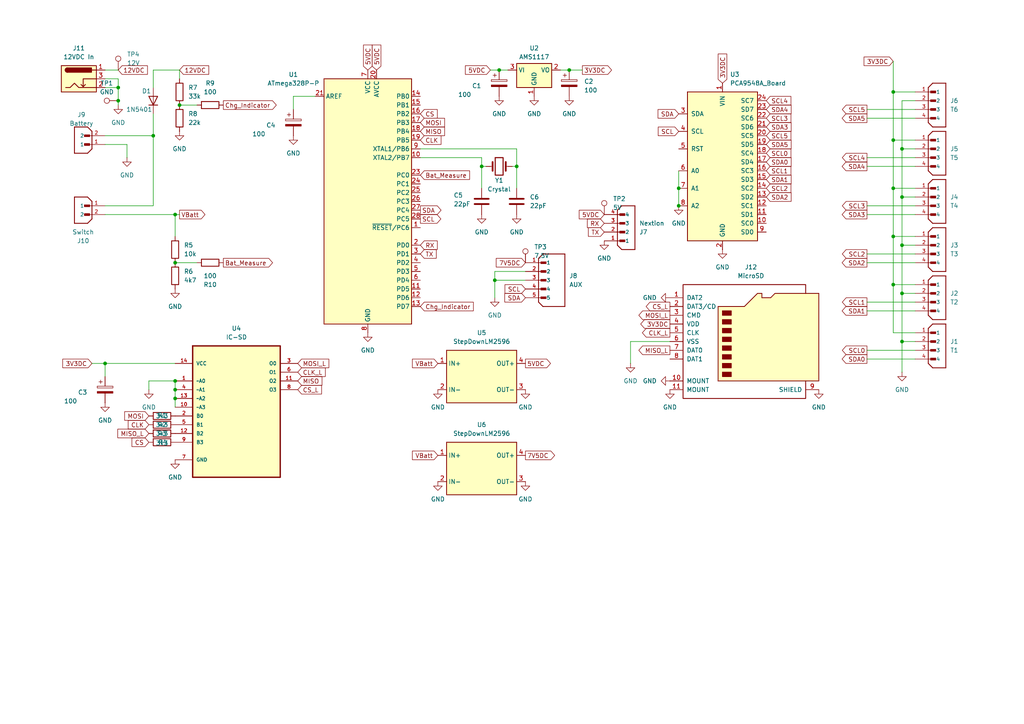
<source format=kicad_sch>
(kicad_sch (version 20231120) (generator "eeschema") (generator_version "8.0")
  (paper "A4")
  (lib_symbols
    (symbol "74VHC125M:74VHC125M" (pin_names (offset 1.016))
      (property "Reference" "U" (at -5.1562 17.8309 0))
      (property "Value" "74VHC125M" (at -4.424 -27.1541 0))
      (symbol "74VHC125M_0_0"
        (rectangle (start -12.7 -22.86) (end 12.7 15.24) (stroke (width 0.4064)) (fill (type background)))
        (pin input line (at -17.78 5.08 0) (length 5.08) (name "~A0") (number "1"))
        (pin input line (at -17.78 -2.54 0) (length 5.08) (name "~A3") (number "10"))
        (pin output line (at 17.78 5.08 180) (length 5.08) (name "O2") (number "11"))
        (pin input line (at -17.78 -10.16 0) (length 5.08) (name "B2") (number "12"))
        (pin input line (at -17.78 0 0) (length 5.08) (name "~A2") (number "13"))
        (pin power_in line (at -17.78 10.16 0) (length 5.08) (name "VCC") (number "14"))
        (pin input line (at -17.78 -5.08 0) (length 5.08) (name "B0") (number "2"))
        (pin output line (at 17.78 10.16 180) (length 5.08) (name "O0") (number "3"))
        (pin input line (at -17.78 2.54 0) (length 5.08) (name "~A1") (number "4"))
        (pin input line (at -17.78 -7.62 0) (length 5.08) (name "B1") (number "5"))
        (pin output line (at 17.78 7.62 180) (length 5.08) (name "O1") (number "6"))
        (pin passive line (at -17.78 -17.78 0) (length 5.08) (name "GND") (number "7"))
        (pin output line (at 17.78 2.54 180) (length 5.08) (name "O3") (number "8"))
        (pin input line (at -17.78 -12.7 0) (length 5.08) (name "B3") (number "9"))
      )
    )
    (symbol "Connector:Barrel_Jack_Switch" (pin_names hide)
      (property "Reference" "J" (at 0 5.334 0))
      (property "Value" "Barrel_Jack_Switch" (at 0 -5.08 0))
      (symbol "Barrel_Jack_Switch_0_1"
        (rectangle (start -5.08 3.81) (end 5.08 -3.81) (stroke (width 0.254)) (fill (type background)))
        (arc (start -3.302 3.175) (mid -3.9343 2.54) (end -3.302 1.905) (stroke (width 0.254)))
        (arc (start -3.302 3.175) (mid -3.9343 2.54) (end -3.302 1.905) (stroke (width 0.254)) (fill (type outline)))
        (polyline (pts (xy 1.27 -2.286) (xy 1.905 -1.651)) (stroke (width 0.254)))
        (polyline (pts (xy 5.08 2.54) (xy 3.81 2.54)) (stroke (width 0.254)))
        (polyline (pts (xy 5.08 0) (xy 1.27 0) (xy 1.27 -2.286) (xy 0.635 -1.651)) (stroke (width 0.254)))
        (polyline (pts (xy -3.81 -2.54) (xy -2.54 -2.54) (xy -1.27 -1.27) (xy 0 -2.54) (xy 2.54 -2.54) (xy 5.08 -2.54)) (stroke (width 0.254)))
        (rectangle (start 3.683 3.175) (end -3.302 1.905) (stroke (width 0.254)) (fill (type outline)))
      )
      (symbol "Barrel_Jack_Switch_1_1"
        (pin passive line (at 7.62 2.54 180) (length 2.54) (name "~") (number "1"))
        (pin passive line (at 7.62 -2.54 180) (length 2.54) (name "~") (number "2"))
        (pin passive line (at 7.62 0 180) (length 2.54) (name "~") (number "3"))
      )
    )
    (symbol "Connector:TestPoint" (pin_numbers hide) (pin_names (offset 0.762) hide)
      (property "Reference" "TP" (at 0 6.858 0))
      (property "Value" "TestPoint" (at 0 5.08 0))
      (symbol "TestPoint_0_1"
        (circle (center 0 3.302) (radius 0.762))
      )
      (symbol "TestPoint_1_1"
        (pin passive line (at 0 0 90) (length 2.54) (name "1") (number "1"))
      )
    )
    (symbol "DM3AT-SF-PEJM5:DM3AT-SF-PEJM5" (pin_names (offset 1.016))
      (property "Reference" "J" (at -10.16 20.828 0))
      (property "Value" "DM3AT-SF-PEJM5" (at -2.54 -17.78 0))
      (symbol "DM3AT-SF-PEJM5_0_1"
        (rectangle (start -1.27 -7.62) (end 1.27 -8.89) (stroke (width 0.254)) (fill (type outline)))
        (rectangle (start -1.27 -5.08) (end 1.27 -6.35) (stroke (width 0.254)) (fill (type outline)))
        (rectangle (start -1.27 -2.54) (end 1.27 -3.81) (stroke (width 0.254)) (fill (type outline)))
        (rectangle (start -1.27 0) (end 1.27 -1.27) (stroke (width 0.254)) (fill (type outline)))
        (rectangle (start -1.27 2.54) (end 1.27 1.27) (stroke (width 0.254)) (fill (type outline)))
        (rectangle (start -1.27 5.08) (end 1.27 3.81) (stroke (width 0.254)) (fill (type outline)))
        (rectangle (start -1.27 7.62) (end 1.27 6.35) (stroke (width 0.254)) (fill (type outline)))
        (rectangle (start -1.27 10.16) (end 1.27 8.89) (stroke (width 0.254)) (fill (type outline)))
        (polyline (pts (xy 22.86 15.24) (xy 22.86 17.78) (xy -12.7 17.78) (xy -12.7 -15.24) (xy 22.86 -15.24) (xy 22.86 -10.16)) (stroke (width 0.254)))
        (polyline (pts (xy -2.54 -10.16) (xy -2.54 11.43) (xy 5.08 11.43) (xy 8.89 15.24) (xy 10.16 15.24) (xy 10.16 13.97) (xy 12.7 13.97) (xy 13.97 15.24) (xy 26.67 15.24) (xy 26.67 -10.16) (xy -2.54 -10.16)) (stroke (width 0.254)) (fill (type background)))
      )
      (symbol "DM3AT-SF-PEJM5_1_1"
        (pin bidirectional line (at -16.51 13.97 0) (length 3.81) (name "DAT2") (number "1"))
        (pin passive line (at -16.51 -10.16 0) (length 3.81) (name "MOUNT") (number "10"))
        (pin passive line (at -16.51 -12.7 0) (length 3.81) (name "MOUNT") (number "11"))
        (pin bidirectional line (at -16.51 11.43 0) (length 3.81) (name "DAT3/CD") (number "2"))
        (pin input line (at -16.51 8.89 0) (length 3.81) (name "CMD") (number "3"))
        (pin power_in line (at -16.51 6.35 0) (length 3.81) (name "VDD") (number "4"))
        (pin input line (at -16.51 3.81 0) (length 3.81) (name "CLK") (number "5"))
        (pin power_in line (at -16.51 1.27 0) (length 3.81) (name "VSS") (number "6"))
        (pin bidirectional line (at -16.51 -1.27 0) (length 3.81) (name "DAT0") (number "7"))
        (pin bidirectional line (at -16.51 -3.81 0) (length 3.81) (name "DAT1") (number "8"))
        (pin passive line (at 26.67 -12.7 180) (length 3.81) (name "SHIELD") (number "9"))
      )
    )
    (symbol "Device:C" (pin_numbers hide) (pin_names (offset 0.254))
      (property "Reference" "C" (at 0.635 2.54 0))
      (property "Value" "C" (at 0.635 -2.54 0))
      (symbol "C_0_1"
        (polyline (pts (xy -2.032 -0.762) (xy 2.032 -0.762)) (stroke (width 0.508)))
        (polyline (pts (xy -2.032 0.762) (xy 2.032 0.762)) (stroke (width 0.508)))
      )
      (symbol "C_1_1"
        (pin passive line (at 0 3.81 270) (length 2.794) (name "~") (number "1"))
        (pin passive line (at 0 -3.81 90) (length 2.794) (name "~") (number "2"))
      )
    )
    (symbol "Device:C_Polarized" (pin_numbers hide) (pin_names (offset 0.254))
      (property "Reference" "C" (at 0.635 2.54 0))
      (property "Value" "C_Polarized" (at 0.635 -2.54 0))
      (symbol "C_Polarized_0_1"
        (rectangle (start -2.286 0.508) (end 2.286 1.016))
        (polyline (pts (xy -1.778 2.286) (xy -0.762 2.286)))
        (polyline (pts (xy -1.27 2.794) (xy -1.27 1.778)))
        (rectangle (start 2.286 -0.508) (end -2.286 -1.016) (fill (type outline)))
      )
      (symbol "C_Polarized_1_1"
        (pin passive line (at 0 3.81 270) (length 2.794) (name "~") (number "1"))
        (pin passive line (at 0 -3.81 90) (length 2.794) (name "~") (number "2"))
      )
    )
    (symbol "Device:Crystal" (pin_numbers hide) (pin_names (offset 1.016) hide)
      (property "Reference" "Y" (at 0 3.81 0))
      (property "Value" "Crystal" (at 0 -3.81 0))
      (symbol "Crystal_0_1"
        (rectangle (start -1.143 2.54) (end 1.143 -2.54) (stroke (width 0.3048)))
        (polyline (pts (xy -2.54 0) (xy -1.905 0)))
        (polyline (pts (xy -1.905 -1.27) (xy -1.905 1.27)) (stroke (width 0.508)))
        (polyline (pts (xy 1.905 -1.27) (xy 1.905 1.27)) (stroke (width 0.508)))
        (polyline (pts (xy 2.54 0) (xy 1.905 0)))
      )
      (symbol "Crystal_1_1"
        (pin passive line (at -3.81 0 0) (length 1.27) (name "1") (number "1"))
        (pin passive line (at 3.81 0 180) (length 1.27) (name "2") (number "2"))
      )
    )
    (symbol "Device:R" (pin_numbers hide) (pin_names (offset 0))
      (property "Reference" "R" (at 2.032 0 90))
      (property "Value" "R" (at 0 0 90))
      (symbol "R_0_1"
        (rectangle (start -1.016 -2.54) (end 1.016 2.54) (stroke (width 0.254)))
      )
      (symbol "R_1_1"
        (pin passive line (at 0 3.81 270) (length 1.27) (name "~") (number "1"))
        (pin passive line (at 0 -3.81 90) (length 1.27) (name "~") (number "2"))
      )
    )
    (symbol "Diode:1N5401" (pin_numbers hide) (pin_names hide)
      (property "Reference" "D" (at 0 2.54 0))
      (property "Value" "1N5401" (at 0 -2.54 0))
      (symbol "1N5401_0_1"
        (polyline (pts (xy -1.27 1.27) (xy -1.27 -1.27)) (stroke (width 0.254)))
        (polyline (pts (xy 1.27 0) (xy -1.27 0)))
        (polyline (pts (xy 1.27 1.27) (xy 1.27 -1.27) (xy -1.27 0) (xy 1.27 1.27)) (stroke (width 0.254)))
      )
      (symbol "1N5401_1_1"
        (pin passive line (at -3.81 0 0) (length 2.54) (name "K") (number "1"))
        (pin passive line (at 3.81 0 180) (length 2.54) (name "A") (number "2"))
      )
    )
    (symbol "JST2PINFEMALE:B2B-XH-A" (pin_names (offset 1.016))
      (property "Reference" "J" (at -2.54 6.35 0))
      (property "Value" "JST-2PIN" (at -2.54 -5.08 0))
      (symbol "B2B-XH-A_0_0"
        (rectangle (start -3.175 -0.3175) (end -1.5875 0.3175) (stroke (width 0.1)) (fill (type outline)))
        (rectangle (start -3.175 2.2225) (end -1.5875 2.8575) (stroke (width 0.1)) (fill (type outline)))
        (polyline (pts (xy -3.81 -1.27) (xy -2.54 -2.54)) (stroke (width 0.254)))
        (polyline (pts (xy -3.81 3.81) (xy -3.81 -1.27)) (stroke (width 0.254)))
        (polyline (pts (xy -3.81 3.81) (xy -2.54 5.08)) (stroke (width 0.254)))
        (polyline (pts (xy -2.54 -2.54) (xy 1.27 -2.54)) (stroke (width 0.254)))
        (polyline (pts (xy 1.27 -2.54) (xy 1.27 5.08)) (stroke (width 0.254)))
        (polyline (pts (xy 1.27 5.08) (xy -2.54 5.08)) (stroke (width 0.254)))
        (pin passive line (at -7.62 2.54 0) (length 5.08) (name "1") (number "1"))
        (pin passive line (at -7.62 0 0) (length 5.08) (name "2") (number "2"))
      )
    )
    (symbol "JST4PINFEMALE:B4B-XH-A_LF__SN_" (pin_names (offset 1.016))
      (property "Reference" "J" (at -2.54 6.35 0))
      (property "Value" "JST-4PIN" (at -2.54 -10.16 0))
      (symbol "B4B-XH-A_LF__SN__0_0"
        (rectangle (start -3.175 -5.3975) (end -1.5875 -4.7625) (stroke (width 0.1)) (fill (type outline)))
        (rectangle (start -3.175 -2.8575) (end -1.5875 -2.2225) (stroke (width 0.1)) (fill (type outline)))
        (rectangle (start -3.175 -0.3175) (end -1.5875 0.3175) (stroke (width 0.1)) (fill (type outline)))
        (rectangle (start -3.175 2.2225) (end -1.5875 2.8575) (stroke (width 0.1)) (fill (type outline)))
        (polyline (pts (xy -3.81 -6.35) (xy -2.54 -7.62)) (stroke (width 0.254)))
        (polyline (pts (xy -3.81 3.81) (xy -3.81 -6.35)) (stroke (width 0.254)))
        (polyline (pts (xy -3.81 3.81) (xy -2.54 5.08)) (stroke (width 0.254)))
        (polyline (pts (xy -2.54 -7.62) (xy 1.27 -7.62)) (stroke (width 0.254)))
        (polyline (pts (xy 1.27 -7.62) (xy 1.27 5.08)) (stroke (width 0.254)))
        (polyline (pts (xy 1.27 5.08) (xy -2.54 5.08)) (stroke (width 0.254)))
        (pin passive line (at -7.62 2.54 0) (length 5.08) (name "1") (number "1"))
        (pin passive line (at -7.62 0 0) (length 5.08) (name "2") (number "2"))
        (pin passive line (at -7.62 -2.54 0) (length 5.08) (name "3") (number "3"))
        (pin passive line (at -7.62 -5.08 0) (length 5.08) (name "4") (number "4"))
      )
    )
    (symbol "JST5PIN:B5B-XH-A" (pin_names (offset 1.016))
      (property "Reference" "J" (at -2.54 8.89 0))
      (property "Value" "B5B-XH-A" (at -2.54 -10.16 0))
      (symbol "B5B-XH-A_0_0"
        (rectangle (start -3.175 -5.3975) (end -1.5875 -4.7625) (stroke (width 0.1)) (fill (type outline)))
        (rectangle (start -3.175 -2.8575) (end -1.5875 -2.2225) (stroke (width 0.1)) (fill (type outline)))
        (rectangle (start -3.175 -0.3175) (end -1.5875 0.3175) (stroke (width 0.1)) (fill (type outline)))
        (rectangle (start -3.175 2.2225) (end -1.5875 2.8575) (stroke (width 0.1)) (fill (type outline)))
        (rectangle (start -3.175 4.7625) (end -1.5875 5.3975) (stroke (width 0.1)) (fill (type outline)))
        (polyline (pts (xy -3.81 -6.35) (xy -2.54 -7.62)) (stroke (width 0.254)))
        (polyline (pts (xy -3.81 6.35) (xy -3.81 -6.35)) (stroke (width 0.254)))
        (polyline (pts (xy -3.81 6.35) (xy -2.54 7.62)) (stroke (width 0.254)))
        (polyline (pts (xy -2.54 -7.62) (xy 3.81 -7.62)) (stroke (width 0.254)))
        (polyline (pts (xy 3.81 -7.62) (xy 3.81 7.62)) (stroke (width 0.254)))
        (polyline (pts (xy 3.81 7.62) (xy -2.54 7.62)) (stroke (width 0.254)))
        (pin passive line (at -7.62 5.08 0) (length 5.08) (name "1") (number "1"))
        (pin passive line (at -7.62 2.54 0) (length 5.08) (name "2") (number "2"))
        (pin passive line (at -7.62 0 0) (length 5.08) (name "3") (number "3"))
        (pin passive line (at -7.62 -2.54 0) (length 5.08) (name "4") (number "4"))
        (pin passive line (at -7.62 -5.08 0) (length 5.08) (name "5") (number "5"))
      )
    )
    (symbol "MCU_Microchip_ATmega:ATmega328P-P"
      (property "Reference" "U" (at -12.7 36.83 0))
      (property "Value" "ATmega328P-P" (at 2.54 -36.83 0))
      (symbol "ATmega328P-P_0_1"
        (rectangle (start -12.7 -35.56) (end 12.7 35.56) (stroke (width 0.254)) (fill (type background)))
      )
      (symbol "ATmega328P-P_1_1"
        (pin bidirectional line (at 15.24 -7.62 180) (length 2.54) (name "~{RESET}/PC6") (number "1"))
        (pin bidirectional line (at 15.24 12.7 180) (length 2.54) (name "XTAL2/PB7") (number "10"))
        (pin bidirectional line (at 15.24 -25.4 180) (length 2.54) (name "PD5") (number "11"))
        (pin bidirectional line (at 15.24 -27.94 180) (length 2.54) (name "PD6") (number "12"))
        (pin bidirectional line (at 15.24 -30.48 180) (length 2.54) (name "PD7") (number "13"))
        (pin bidirectional line (at 15.24 30.48 180) (length 2.54) (name "PB0") (number "14"))
        (pin bidirectional line (at 15.24 27.94 180) (length 2.54) (name "PB1") (number "15"))
        (pin bidirectional line (at 15.24 25.4 180) (length 2.54) (name "PB2") (number "16"))
        (pin bidirectional line (at 15.24 22.86 180) (length 2.54) (name "PB3") (number "17"))
        (pin bidirectional line (at 15.24 20.32 180) (length 2.54) (name "PB4") (number "18"))
        (pin bidirectional line (at 15.24 17.78 180) (length 2.54) (name "PB5") (number "19"))
        (pin bidirectional line (at 15.24 -12.7 180) (length 2.54) (name "PD0") (number "2"))
        (pin power_in line (at 2.54 38.1 270) (length 2.54) (name "AVCC") (number "20"))
        (pin passive line (at -15.24 30.48 0) (length 2.54) (name "AREF") (number "21"))
        (pin passive line (at 0 -38.1 90) (length 2.54) hide (name "GND") (number "22"))
        (pin bidirectional line (at 15.24 7.62 180) (length 2.54) (name "PC0") (number "23"))
        (pin bidirectional line (at 15.24 5.08 180) (length 2.54) (name "PC1") (number "24"))
        (pin bidirectional line (at 15.24 2.54 180) (length 2.54) (name "PC2") (number "25"))
        (pin bidirectional line (at 15.24 0 180) (length 2.54) (name "PC3") (number "26"))
        (pin bidirectional line (at 15.24 -2.54 180) (length 2.54) (name "PC4") (number "27"))
        (pin bidirectional line (at 15.24 -5.08 180) (length 2.54) (name "PC5") (number "28"))
        (pin bidirectional line (at 15.24 -15.24 180) (length 2.54) (name "PD1") (number "3"))
        (pin bidirectional line (at 15.24 -17.78 180) (length 2.54) (name "PD2") (number "4"))
        (pin bidirectional line (at 15.24 -20.32 180) (length 2.54) (name "PD3") (number "5"))
        (pin bidirectional line (at 15.24 -22.86 180) (length 2.54) (name "PD4") (number "6"))
        (pin power_in line (at 0 38.1 270) (length 2.54) (name "VCC") (number "7"))
        (pin power_in line (at 0 -38.1 90) (length 2.54) (name "GND") (number "8"))
        (pin bidirectional line (at 15.24 15.24 180) (length 2.54) (name "XTAL1/PB6") (number "9"))
      )
    )
    (symbol "PCA9548A:PCA9548A" (pin_names (offset 1.016))
      (property "Reference" "U" (at -9.398 22.098 0))
      (property "Value" "PCA9548A_Board" (at -19.05 24.13 0))
      (symbol "PCA9548A_0_0"
        (rectangle (start -10.16 21.59) (end 10.16 -21.59) (stroke (width 0.254)) (fill (type background)))
      )
      (symbol "PCA9548A_1_0"
        (pin power_in line (at 0 24.13 270) (length 2.54) (name "VIN") (number "1"))
        (pin bidirectional line (at 12.7 -16.51 180) (length 2.54) (name "SC0") (number "10"))
        (pin bidirectional line (at 12.7 -13.97 180) (length 2.54) (name "SD1") (number "11"))
        (pin bidirectional line (at 12.7 -11.43 180) (length 2.54) (name "SC1") (number "12"))
        (pin bidirectional line (at 12.7 -8.89 180) (length 2.54) (name "SD2") (number "13"))
        (pin bidirectional line (at 12.7 -6.35 180) (length 2.54) (name "SC2") (number "14"))
        (pin bidirectional line (at 12.7 -3.81 180) (length 2.54) (name "SD3") (number "15"))
        (pin bidirectional line (at 12.7 -1.27 180) (length 2.54) (name "SC3") (number "16"))
        (pin bidirectional line (at 12.7 1.27 180) (length 2.54) (name "SD4") (number "17"))
        (pin bidirectional line (at 12.7 3.81 180) (length 2.54) (name "SC4") (number "18"))
        (pin bidirectional line (at 12.7 6.35 180) (length 2.54) (name "SD5") (number "19"))
        (pin power_in line (at 0 -24.13 90) (length 2.54) (name "GND") (number "2"))
        (pin bidirectional line (at 12.7 8.89 180) (length 2.54) (name "SC5") (number "20"))
        (pin bidirectional line (at 12.7 11.43 180) (length 2.54) (name "SD6") (number "21"))
        (pin bidirectional line (at 12.7 13.97 180) (length 2.54) (name "SC6") (number "22"))
        (pin bidirectional line (at 12.7 16.51 180) (length 2.54) (name "SD7") (number "23"))
        (pin bidirectional line (at 12.7 19.05 180) (length 2.54) (name "SC7") (number "24"))
        (pin bidirectional line (at -12.7 15.24 0) (length 2.54) (name "SDA") (number "3"))
        (pin bidirectional line (at -12.7 10.16 0) (length 2.54) (name "SCL") (number "4"))
        (pin bidirectional line (at -12.7 5.08 0) (length 2.54) (name "RST") (number "5"))
        (pin input line (at -12.7 -1.27 0) (length 2.54) (name "A0") (number "6"))
        (pin input line (at -12.7 -6.35 0) (length 2.54) (name "A1") (number "7"))
        (pin input line (at -12.7 -11.43 0) (length 2.54) (name "A2") (number "8"))
        (pin bidirectional line (at 12.7 -19.05 180) (length 2.54) (name "SD0") (number "9"))
      )
    )
    (symbol "Regulator_Linear:AMS1117-3.3"
      (property "Reference" "U" (at -3.81 3.175 0))
      (property "Value" "AMS1117-3.3" (at 0 3.175 0))
      (symbol "AMS1117-3.3_0_1"
        (rectangle (start -5.08 -5.08) (end 5.08 1.905) (stroke (width 0.254)) (fill (type background)))
      )
      (symbol "AMS1117-3.3_1_1"
        (pin power_in line (at 0 -7.62 90) (length 2.54) (name "GND") (number "1"))
        (pin power_out line (at 7.62 0 180) (length 2.54) (name "VO") (number "2"))
        (pin power_in line (at -7.62 0 0) (length 2.54) (name "VI") (number "3"))
      )
    )
    (symbol "StepDownLM2596:StepDownLM2596"
      (property "Reference" "U" (at -5.08 8.89 0))
      (property "Value" "StepDownLM2596" (at -7.62 0 0))
      (symbol "StepDownLM2596_0_1"
        (rectangle (start -10.16 7.62) (end 10.16 -7.62) (stroke (width 0.254)) (fill (type background)))
      )
      (symbol "StepDownLM2596_1_1"
        (pin power_in line (at -12.7 3.81 0) (length 2.54) (name "IN+") (number "1"))
        (pin power_in line (at -12.7 -3.81 0) (length 2.54) (name "IN-") (number "2"))
        (pin power_out line (at 12.7 -3.81 180) (length 2.54) (name "OUT-") (number "3"))
        (pin power_out line (at 12.7 3.81 180) (length 2.54) (name "OUT+") (number "4"))
      )
    )
    (symbol "power:GND" (power) (pin_numbers hide) (pin_names (offset 0) hide)
      (property "Value" "GND" (at 0 -3.81 0))
      (symbol "GND_0_1"
        (polyline (pts (xy 0 0) (xy 0 -1.27) (xy 1.27 -1.27) (xy 0 -2.54) (xy -1.27 -1.27) (xy 0 -1.27)))
      )
      (symbol "GND_1_1"
        (pin power_in line (at 0 0 270) (length 0) (name "~") (number "1"))
      )
    )
  )
  (junction (at 259.08 82.55))
  (junction (at 259.08 54.61))
  (junction (at 34.29 29.21))
  (junction (at 50.8 110.49))
  (junction (at 261.62 71.12))
  (junction (at 143.51 81.28))
  (junction (at 259.08 68.58))
  (junction (at 139.7 48.26))
  (junction (at 50.8 115.57))
  (junction (at 165.1 20.32))
  (junction (at 261.62 57.15))
  (junction (at 50.8 76.2))
  (junction (at 44.45 39.37))
  (junction (at 259.08 26.67))
  (junction (at 261.62 85.09))
  (junction (at 261.62 43.18))
  (junction (at 52.07 30.48))
  (junction (at 261.62 99.06))
  (junction (at 50.8 62.23))
  (junction (at 30.48 105.41))
  (junction (at 196.85 54.61))
  (junction (at 144.78 20.32))
  (junction (at 196.85 59.69))
  (junction (at 34.29 25.4))
  (junction (at 259.08 40.64))
  (junction (at 149.86 48.26))
  (junction (at 50.8 113.03))
  (wire (pts (xy 251.46 62.23) (xy 265.43 62.23)))
  (wire (pts (xy 34.29 25.4) (xy 34.29 29.21)))
  (wire (pts (xy 43.18 110.49) (xy 43.18 113.03)))
  (wire (pts (xy 34.29 22.86) (xy 34.29 25.4)))
  (wire (pts (xy 26.67 105.41) (xy 30.48 105.41)))
  (wire (pts (xy 259.08 26.67) (xy 265.43 26.67)))
  (wire (pts (xy 50.8 110.49) (xy 50.8 113.03)))
  (wire (pts (xy 261.62 57.15) (xy 265.43 57.15)))
  (wire (pts (xy 265.43 68.58) (xy 259.08 68.58)))
  (wire (pts (xy 85.09 27.94) (xy 91.44 27.94)))
  (wire (pts (xy 52.07 20.32) (xy 52.07 22.86)))
  (wire (pts (xy 139.7 48.26) (xy 140.97 48.26)))
  (wire (pts (xy 85.09 31.75) (xy 85.09 27.94)))
  (wire (pts (xy 44.45 25.4) (xy 44.45 20.32)))
  (wire (pts (xy 259.08 82.55) (xy 259.08 68.58)))
  (wire (pts (xy 251.46 101.6) (xy 265.43 101.6)))
  (wire (pts (xy 251.46 87.63) (xy 265.43 87.63)))
  (wire (pts (xy 251.46 90.17) (xy 265.43 90.17)))
  (wire (pts (xy 251.46 31.75) (xy 265.43 31.75)))
  (wire (pts (xy 261.62 43.18) (xy 265.43 43.18)))
  (wire (pts (xy 142.24 20.32) (xy 144.78 20.32)))
  (wire (pts (xy 251.46 73.66) (xy 265.43 73.66)))
  (wire (pts (xy 121.92 43.18) (xy 149.86 43.18)))
  (wire (pts (xy 162.56 20.32) (xy 165.1 20.32)))
  (wire (pts (xy 265.43 82.55) (xy 259.08 82.55)))
  (wire (pts (xy 149.86 43.18) (xy 149.86 48.26)))
  (wire (pts (xy 196.85 49.53) (xy 196.85 54.61)))
  (wire (pts (xy 34.29 29.21) (xy 34.29 30.48)))
  (wire (pts (xy 261.62 71.12) (xy 265.43 71.12)))
  (wire (pts (xy 261.62 85.09) (xy 265.43 85.09)))
  (wire (pts (xy 30.48 20.32) (xy 34.29 20.32)))
  (wire (pts (xy 165.1 20.32) (xy 168.91 20.32)))
  (wire (pts (xy 261.62 99.06) (xy 265.43 99.06)))
  (wire (pts (xy 43.18 110.49) (xy 50.8 110.49)))
  (wire (pts (xy 50.8 76.2) (xy 57.15 76.2)))
  (wire (pts (xy 30.48 59.69) (xy 44.45 59.69)))
  (wire (pts (xy 251.46 34.29) (xy 265.43 34.29)))
  (wire (pts (xy 139.7 54.61) (xy 139.7 48.26)))
  (wire (pts (xy 261.62 57.15) (xy 261.62 71.12)))
  (wire (pts (xy 259.08 40.64) (xy 259.08 54.61)))
  (wire (pts (xy 50.8 115.57) (xy 50.8 118.11)))
  (wire (pts (xy 261.62 99.06) (xy 261.62 107.95)))
  (wire (pts (xy 251.46 104.14) (xy 265.43 104.14)))
  (wire (pts (xy 143.51 78.74) (xy 152.4 78.74)))
  (wire (pts (xy 251.46 48.26) (xy 265.43 48.26)))
  (wire (pts (xy 30.48 22.86) (xy 34.29 22.86)))
  (wire (pts (xy 50.8 62.23) (xy 50.8 68.58)))
  (wire (pts (xy 259.08 40.64) (xy 259.08 26.67)))
  (wire (pts (xy 30.48 62.23) (xy 50.8 62.23)))
  (wire (pts (xy 259.08 17.78) (xy 259.08 26.67)))
  (wire (pts (xy 44.45 59.69) (xy 44.45 39.37)))
  (wire (pts (xy 36.83 41.91) (xy 30.48 41.91)))
  (wire (pts (xy 259.08 96.52) (xy 259.08 82.55)))
  (wire (pts (xy 44.45 20.32) (xy 52.07 20.32)))
  (wire (pts (xy 30.48 25.4) (xy 34.29 25.4)))
  (wire (pts (xy 261.62 43.18) (xy 261.62 57.15)))
  (wire (pts (xy 139.7 45.72) (xy 139.7 48.26)))
  (wire (pts (xy 182.88 105.41) (xy 182.88 99.06)))
  (wire (pts (xy 30.48 105.41) (xy 50.8 105.41)))
  (wire (pts (xy 251.46 76.2) (xy 265.43 76.2)))
  (wire (pts (xy 261.62 71.12) (xy 261.62 85.09)))
  (wire (pts (xy 52.07 30.48) (xy 57.15 30.48)))
  (wire (pts (xy 259.08 54.61) (xy 259.08 68.58)))
  (wire (pts (xy 149.86 54.61) (xy 149.86 48.26)))
  (wire (pts (xy 265.43 29.21) (xy 261.62 29.21)))
  (wire (pts (xy 261.62 29.21) (xy 261.62 43.18)))
  (wire (pts (xy 143.51 81.28) (xy 143.51 78.74)))
  (wire (pts (xy 50.8 62.23) (xy 52.07 62.23)))
  (wire (pts (xy 196.85 54.61) (xy 196.85 59.69)))
  (wire (pts (xy 261.62 85.09) (xy 261.62 99.06)))
  (wire (pts (xy 143.51 81.28) (xy 152.4 81.28)))
  (wire (pts (xy 144.78 20.32) (xy 147.32 20.32)))
  (wire (pts (xy 251.46 59.69) (xy 265.43 59.69)))
  (wire (pts (xy 149.86 48.26) (xy 148.59 48.26)))
  (wire (pts (xy 139.7 45.72) (xy 121.92 45.72)))
  (wire (pts (xy 143.51 86.36) (xy 143.51 81.28)))
  (wire (pts (xy 44.45 39.37) (xy 30.48 39.37)))
  (wire (pts (xy 182.88 99.06) (xy 194.31 99.06)))
  (wire (pts (xy 265.43 54.61) (xy 259.08 54.61)))
  (wire (pts (xy 36.83 41.91) (xy 36.83 45.72)))
  (wire (pts (xy 265.43 96.52) (xy 259.08 96.52)))
  (wire (pts (xy 50.8 113.03) (xy 50.8 115.57)))
  (wire (pts (xy 251.46 45.72) (xy 265.43 45.72)))
  (wire (pts (xy 30.48 109.22) (xy 30.48 105.41)))
  (wire (pts (xy 265.43 40.64) (xy 259.08 40.64)))
  (wire (pts (xy 44.45 33.02) (xy 44.45 39.37)))
  (global_label "MISO_L" (shape output) (at 194.31 101.6 180) (property "Intersheetrefs" "${INTERSHEET_REFS}" (effects (hide yes))))
  (global_label "SCL1" (shape output) (at 251.46 87.63 180) (property "Intersheetrefs" "${INTERSHEET_REFS}" (effects (hide yes))))
  (global_label "VBatt" (shape input) (at 127 132.08 180) (property "Intersheetrefs" "${INTERSHEET_REFS}" (effects (hide yes))))
  (global_label "SCL" (shape input) (at 152.4 83.82 180) (property "Intersheetrefs" "${INTERSHEET_REFS}" (effects (hide yes))))
  (global_label "SCL4" (shape input) (at 222.25 29.21 0) (property "Intersheetrefs" "${INTERSHEET_REFS}" (effects (hide yes))))
  (global_label "3V3DC" (shape output) (at 168.91 20.32 0) (property "Intersheetrefs" "${INTERSHEET_REFS}" (effects (hide yes))))
  (global_label "5VDC" (shape input) (at 106.68 20.32 90) (property "Intersheetrefs" "${INTERSHEET_REFS}" (effects (hide yes))))
  (global_label "5VDC" (shape input) (at 175.26 62.23 180) (property "Intersheetrefs" "${INTERSHEET_REFS}" (effects (hide yes))))
  (global_label "RX" (shape input) (at 121.92 71.12 0) (property "Intersheetrefs" "${INTERSHEET_REFS}" (effects (hide yes))))
  (global_label "7V5DC" (shape input) (at 152.4 76.2 180) (property "Intersheetrefs" "${INTERSHEET_REFS}" (effects (hide yes))))
  (global_label "SCL3" (shape input) (at 222.25 34.29 0) (property "Intersheetrefs" "${INTERSHEET_REFS}" (effects (hide yes))))
  (global_label "RX" (shape input) (at 175.26 64.77 180) (property "Intersheetrefs" "${INTERSHEET_REFS}" (effects (hide yes))))
  (global_label "SDA" (shape input) (at 152.4 86.36 180) (property "Intersheetrefs" "${INTERSHEET_REFS}" (effects (hide yes))))
  (global_label "SDA3" (shape output) (at 251.46 62.23 180) (property "Intersheetrefs" "${INTERSHEET_REFS}" (effects (hide yes))))
  (global_label "CS" (shape input) (at 121.92 33.02 0) (property "Intersheetrefs" "${INTERSHEET_REFS}" (effects (hide yes))))
  (global_label "SDA" (shape input) (at 196.85 33.02 180) (property "Intersheetrefs" "${INTERSHEET_REFS}" (effects (hide yes))))
  (global_label "3V3DC" (shape input) (at 26.67 105.41 180) (property "Intersheetrefs" "${INTERSHEET_REFS}" (effects (hide yes))))
  (global_label "MOSI_L" (shape input) (at 86.36 105.41 0) (property "Intersheetrefs" "${INTERSHEET_REFS}" (effects (hide yes))))
  (global_label "5VDC" (shape output) (at 152.4 105.41 0) (property "Intersheetrefs" "${INTERSHEET_REFS}" (effects (hide yes))))
  (global_label "Chg_Indicator" (shape output) (at 64.77 30.48 0) (property "Intersheetrefs" "${INTERSHEET_REFS}" (effects (hide yes))))
  (global_label "CLK_L" (shape output) (at 194.31 96.52 180) (property "Intersheetrefs" "${INTERSHEET_REFS}" (effects (hide yes))))
  (global_label "TX" (shape input) (at 175.26 67.31 180) (property "Intersheetrefs" "${INTERSHEET_REFS}" (effects (hide yes))))
  (global_label "SCL4" (shape output) (at 251.46 45.72 180) (property "Intersheetrefs" "${INTERSHEET_REFS}" (effects (hide yes))))
  (global_label "SDA5" (shape input) (at 222.25 41.91 0) (property "Intersheetrefs" "${INTERSHEET_REFS}" (effects (hide yes))))
  (global_label "MOSI_L" (shape output) (at 194.31 91.44 180) (property "Intersheetrefs" "${INTERSHEET_REFS}" (effects (hide yes))))
  (global_label "SDA3" (shape input) (at 222.25 36.83 0) (property "Intersheetrefs" "${INTERSHEET_REFS}" (effects (hide yes))))
  (global_label "SCL0" (shape input) (at 222.25 44.45 0) (property "Intersheetrefs" "${INTERSHEET_REFS}" (effects (hide yes))))
  (global_label "TX" (shape input) (at 121.92 73.66 0) (property "Intersheetrefs" "${INTERSHEET_REFS}" (effects (hide yes))))
  (global_label "CLK" (shape input) (at 121.92 40.64 0) (property "Intersheetrefs" "${INTERSHEET_REFS}" (effects (hide yes))))
  (global_label "VBatt" (shape output) (at 52.07 62.23 0) (property "Intersheetrefs" "${INTERSHEET_REFS}" (effects (hide yes))))
  (global_label "SCL2" (shape output) (at 251.46 73.66 180) (property "Intersheetrefs" "${INTERSHEET_REFS}" (effects (hide yes))))
  (global_label "SDA0" (shape output) (at 251.46 104.14 180) (property "Intersheetrefs" "${INTERSHEET_REFS}" (effects (hide yes))))
  (global_label "SDA4" (shape input) (at 222.25 31.75 0) (property "Intersheetrefs" "${INTERSHEET_REFS}" (effects (hide yes))))
  (global_label "SCL2" (shape input) (at 222.25 54.61 0) (property "Intersheetrefs" "${INTERSHEET_REFS}" (effects (hide yes))))
  (global_label "Chg_Indicator" (shape input) (at 121.92 88.9 0) (property "Intersheetrefs" "${INTERSHEET_REFS}" (effects (hide yes))))
  (global_label "CLK" (shape input) (at 43.18 123.19 180) (property "Intersheetrefs" "${INTERSHEET_REFS}" (effects (hide yes))))
  (global_label "CS_L" (shape output) (at 194.31 88.9 180) (property "Intersheetrefs" "${INTERSHEET_REFS}" (effects (hide yes))))
  (global_label "MISO" (shape input) (at 86.36 110.49 0) (property "Intersheetrefs" "${INTERSHEET_REFS}" (effects (hide yes))))
  (global_label "SDA5" (shape output) (at 251.46 34.29 180) (property "Intersheetrefs" "${INTERSHEET_REFS}" (effects (hide yes))))
  (global_label "MOSI" (shape input) (at 121.92 35.56 0) (property "Intersheetrefs" "${INTERSHEET_REFS}" (effects (hide yes))))
  (global_label "SCL5" (shape output) (at 251.46 31.75 180) (property "Intersheetrefs" "${INTERSHEET_REFS}" (effects (hide yes))))
  (global_label "SDA2" (shape output) (at 251.46 76.2 180) (property "Intersheetrefs" "${INTERSHEET_REFS}" (effects (hide yes))))
  (global_label "SDA1" (shape output) (at 251.46 90.17 180) (property "Intersheetrefs" "${INTERSHEET_REFS}" (effects (hide yes))))
  (global_label "Bat_Measure" (shape input) (at 121.92 50.8 0) (property "Intersheetrefs" "${INTERSHEET_REFS}" (effects (hide yes))))
  (global_label "SCL0" (shape output) (at 251.46 101.6 180) (property "Intersheetrefs" "${INTERSHEET_REFS}" (effects (hide yes))))
  (global_label "CS_L" (shape input) (at 86.36 113.03 0) (property "Intersheetrefs" "${INTERSHEET_REFS}" (effects (hide yes))))
  (global_label "SCL1" (shape input) (at 222.25 49.53 0) (property "Intersheetrefs" "${INTERSHEET_REFS}" (effects (hide yes))))
  (global_label "12VDC" (shape input) (at 34.29 20.32 0) (property "Intersheetrefs" "${INTERSHEET_REFS}" (effects (hide yes))))
  (global_label "5VDC" (shape input) (at 142.24 20.32 180) (property "Intersheetrefs" "${INTERSHEET_REFS}" (effects (hide yes))))
  (global_label "MISO_L" (shape input) (at 43.18 125.73 180) (property "Intersheetrefs" "${INTERSHEET_REFS}" (effects (hide yes))))
  (global_label "SCL" (shape output) (at 121.92 63.5 0) (property "Intersheetrefs" "${INTERSHEET_REFS}" (effects (hide yes))))
  (global_label "3V3DC" (shape input) (at 259.08 17.78 180) (property "Intersheetrefs" "${INTERSHEET_REFS}" (effects (hide yes))))
  (global_label "VBatt" (shape input) (at 127 105.41 180) (property "Intersheetrefs" "${INTERSHEET_REFS}" (effects (hide yes))))
  (global_label "SDA1" (shape input) (at 222.25 52.07 0) (property "Intersheetrefs" "${INTERSHEET_REFS}" (effects (hide yes))))
  (global_label "5VDC" (shape input) (at 109.22 20.32 90) (property "Intersheetrefs" "${INTERSHEET_REFS}" (effects (hide yes))))
  (global_label "CLK_L" (shape input) (at 86.36 107.95 0) (property "Intersheetrefs" "${INTERSHEET_REFS}" (effects (hide yes))))
  (global_label "SDA" (shape output) (at 121.92 60.96 0) (property "Intersheetrefs" "${INTERSHEET_REFS}" (effects (hide yes))))
  (global_label "SDA4" (shape output) (at 251.46 48.26 180) (property "Intersheetrefs" "${INTERSHEET_REFS}" (effects (hide yes))))
  (global_label "12VDC" (shape input) (at 52.07 20.32 0) (property "Intersheetrefs" "${INTERSHEET_REFS}" (effects (hide yes))))
  (global_label "SCL5" (shape input) (at 222.25 39.37 0) (property "Intersheetrefs" "${INTERSHEET_REFS}" (effects (hide yes))))
  (global_label "Bat_Measure" (shape output) (at 64.77 76.2 0) (property "Intersheetrefs" "${INTERSHEET_REFS}" (effects (hide yes))))
  (global_label "SDA0" (shape input) (at 222.25 46.99 0) (property "Intersheetrefs" "${INTERSHEET_REFS}" (effects (hide yes))))
  (global_label "CS" (shape input) (at 43.18 128.27 180) (property "Intersheetrefs" "${INTERSHEET_REFS}" (effects (hide yes))))
  (global_label "SDA2" (shape input) (at 222.25 57.15 0) (property "Intersheetrefs" "${INTERSHEET_REFS}" (effects (hide yes))))
  (global_label "3V3DC" (shape input) (at 209.55 24.13 90) (property "Intersheetrefs" "${INTERSHEET_REFS}" (effects (hide yes))))
  (global_label "SCL3" (shape output) (at 251.46 59.69 180) (property "Intersheetrefs" "${INTERSHEET_REFS}" (effects (hide yes))))
  (global_label "3V3DC" (shape output) (at 194.31 93.98 180) (property "Intersheetrefs" "${INTERSHEET_REFS}" (effects (hide yes))))
  (global_label "SCL" (shape input) (at 196.85 38.1 180) (property "Intersheetrefs" "${INTERSHEET_REFS}" (effects (hide yes))))
  (global_label "MISO" (shape input) (at 121.92 38.1 0) (property "Intersheetrefs" "${INTERSHEET_REFS}" (effects (hide yes))))
  (global_label "7V5DC" (shape output) (at 152.4 132.08 0) (property "Intersheetrefs" "${INTERSHEET_REFS}" (effects (hide yes))))
  (global_label "MOSI" (shape input) (at 43.18 120.65 180) (property "Intersheetrefs" "${INTERSHEET_REFS}" (effects (hide yes))))
  (symbol (lib_id "JST4PINFEMALE:B4B-XH-A_LF__SN_") (at 273.05 57.15 0) (unit 1)
    (property "Reference" "J4" (at 275.59 57.1499 0) (effects (justify left)))
    (property "Value" "T4" (at 275.59 59.6899 0) (effects (justify left)))
    (property "Footprint" "Project_Fania_Ersa:JST_B4B-XH-A_LF__SN_" (effects (hide yes)))
  )
  (symbol (lib_id "Device:C_Polarized") (at 144.78 24.13 0) (unit 1)
    (property "Reference" "C1" (at 136.906 24.892 0) (effects (justify left)))
    (property "Value" "100" (at 132.842 27.432 0) (effects (justify left)))
    (property "Footprint" "Project_Fania_Ersa:C_Radial" (effects (hide yes)))
    (property "Description" "Polarized capacitor" (effects (hide yes)))
  )
  (symbol (lib_id "power:GND") (at 144.78 27.94 0) (unit 1)
    (property "Reference" "#PWR015" (effects (hide yes)))
    (property "Value" "GND" (at 144.78 33.02 0))
    (property "Description" "Power symbol creates a global label with name \"GND\" , ground" (effects (hide yes)))
  )
  (symbol (lib_id "74VHC125M:74VHC125M") (at 68.58 115.57 0) (unit 1)
    (property "Reference" "U4" (at 68.58 95.25 0))
    (property "Value" "IC-SD" (at 68.58 97.79 0))
    (property "Footprint" "Project_Fania_Ersa:SOIC127P600X175-14N" (effects (hide yes)))
    (property "MF" "ON Semiconductor" (effects (hide yes)))
    (property "Description_1" "\nBuffer, Non-Inverting 4 Element 1 Bit per Element 3-State Output 14-TSSOP\n" (effects (hide yes)))
    (property "PACKAGE" "SOIC-14" (effects (hide yes)))
    (property "MPN" "74VHC125M" (effects (hide yes)))
    (property "Price" "None" (effects (hide yes)))
    (property "Package" "SOIC-14 ON Semiconductor" (effects (hide yes)))
    (property "OC_FARNELL" "1014113" (effects (hide yes)))
    (property "SnapEDA_Link" "https://www.snapeda.com/parts/74VHC125M/Onsemi/view-part/?ref=snap" (effects (hide yes)))
    (property "MP" "74VHC125M" (effects (hide yes)))
    (property "SUPPLIER" "Fairchild" (effects (hide yes)))
    (property "OC_NEWARK" "83C5570" (effects (hide yes)))
    (property "Availability" "In Stock" (effects (hide yes)))
    (property "Check_prices" "https://www.snapeda.com/parts/74VHC125M/Onsemi/view-part/?ref=eda" (effects (hide yes)))
  )
  (symbol (lib_id "JST4PINFEMALE:B4B-XH-A_LF__SN_") (at 273.05 99.06 0) (unit 1)
    (property "Reference" "J1" (at 275.59 99.0599 0) (effects (justify left)))
    (property "Value" "T1" (at 275.59 101.5999 0) (effects (justify left)))
    (property "Footprint" "Project_Fania_Ersa:JST_B4B-XH-A_LF__SN_" (effects (hide yes)))
  )
  (symbol (lib_id "power:GND") (at 194.31 110.49 270) (unit 1)
    (property "Reference" "#PWR028" (effects (hide yes)))
    (property "Value" "GND" (at 190.5 110.4899 90) (effects (justify right)))
    (property "Description" "Power symbol creates a global label with name \"GND\" , ground" (effects (hide yes)))
  )
  (symbol (lib_id "MCU_Microchip_ATmega:ATmega328P-P") (at 106.68 58.42 0) (unit 1)
    (property "Reference" "U1" (at 85.09 21.6214 0))
    (property "Value" "ATmega328P-P" (at 85.09 24.1614 0))
    (property "Footprint" "Package_DIP:DIP-28_W7.62mm" (effects (hide yes)))
    (property "Datasheet" "http://ww1.microchip.com/downloads/en/DeviceDoc/ATmega328_P%20AVR%20MCU%20with%20picoPower%20Technology%20Data%20Sheet%2040001984A.pdf" (effects (hide yes)))
    (property "Description" "20MHz, 32kB Flash, 2kB SRAM, 1kB EEPROM, DIP-28" (effects (hide yes)))
  )
  (symbol (lib_id "JST4PINFEMALE:B4B-XH-A_LF__SN_") (at 182.88 67.31 0) (mirror x) (unit 1)
    (property "Reference" "J7" (at 185.42 67.3101 0) (effects (justify left)))
    (property "Value" "Nextion" (at 185.42 64.7701 0) (effects (justify left)))
    (property "Footprint" "Project_Fania_Ersa:JST_B4B-XH-A_LF__SN_" (effects (hide yes)))
  )
  (symbol (lib_id "Connector:Barrel_Jack_Switch") (at 22.86 22.86 0) (unit 1)
    (property "Reference" "J11" (at 22.86 13.97 0))
    (property "Value" "12VDC In" (at 22.86 16.51 0))
    (property "Footprint" "Connector_BarrelJack:BarrelJack_Horizontal" (effects (hide yes)))
    (property "Description" "DC Barrel Jack with an internal switch" (effects (hide yes)))
  )
  (symbol (lib_id "power:GND") (at 50.8 83.82 0) (unit 1)
    (property "Reference" "#PWR05" (effects (hide yes)))
    (property "Value" "GND" (at 50.8 88.9 0))
    (property "Description" "Power symbol creates a global label with name \"GND\" , ground" (effects (hide yes)))
  )
  (symbol (lib_id "power:GND") (at 175.26 69.85 0) (unit 1)
    (property "Reference" "#PWR021" (effects (hide yes)))
    (property "Value" "GND" (at 175.26 74.93 0))
    (property "Description" "Power symbol creates a global label with name \"GND\" , ground" (effects (hide yes)))
  )
  (symbol (lib_id "Device:R") (at 46.99 125.73 90) (unit 1)
    (property "Reference" "R3" (at 46.99 125.73 90))
    (property "Value" "3k3" (at 46.99 125.73 90))
    (property "Footprint" "Project_Fania_Ersa:R_Axial" (effects (hide yes)))
    (property "Description" "Resistor" (effects (hide yes)))
  )
  (symbol (lib_id "StepDownLM2596:StepDownLM2596") (at 139.7 135.89 0) (unit 1)
    (property "Reference" "U6" (at 139.7 123.19 0))
    (property "Value" "StepDownLM2596" (at 139.7 125.73 0))
    (property "Footprint" "Project_Fania_Ersa:Step_Down_DCDC" (effects (hide yes)))
  )
  (symbol (lib_id "power:GND") (at 261.62 107.95 0) (unit 1)
    (property "Reference" "#PWR027" (effects (hide yes)))
    (property "Value" "GND" (at 261.62 113.03 0))
    (property "Description" "Power symbol creates a global label with name \"GND\" , ground" (effects (hide yes)))
  )
  (symbol (lib_id "JST4PINFEMALE:B4B-XH-A_LF__SN_") (at 273.05 71.12 0) (unit 1)
    (property "Reference" "J3" (at 275.59 71.1199 0) (effects (justify left)))
    (property "Value" "T3" (at 275.59 73.6599 0) (effects (justify left)))
    (property "Footprint" "Project_Fania_Ersa:JST_B4B-XH-A_LF__SN_" (effects (hide yes)))
  )
  (symbol (lib_id "power:GND") (at 149.86 62.23 0) (unit 1)
    (property "Reference" "#PWR016" (effects (hide yes)))
    (property "Value" "GND" (at 149.86 67.31 0))
    (property "Description" "Power symbol creates a global label with name \"GND\" , ground" (effects (hide yes)))
  )
  (symbol (lib_id "JST4PINFEMALE:B4B-XH-A_LF__SN_") (at 273.05 29.21 0) (unit 1)
    (property "Reference" "J6" (at 275.59 29.2099 0) (effects (justify left)))
    (property "Value" "T6" (at 275.59 31.7499 0) (effects (justify left)))
    (property "Footprint" "Project_Fania_Ersa:JST_B4B-XH-A_LF__SN_" (effects (hide yes)))
  )
  (symbol (lib_id "Connector:TestPoint") (at 34.29 29.21 90) (unit 1)
    (property "Reference" "TP1" (at 30.988 24.13 90))
    (property "Value" "GND" (at 30.988 26.67 90))
    (property "Footprint" "TestPoint:TestPoint_Pad_D2.0mm" (effects (hide yes)))
    (property "Description" "test point" (effects (hide yes)))
  )
  (symbol (lib_id "Device:R") (at 60.96 76.2 90) (mirror x) (unit 1)
    (property "Reference" "R10" (at 60.96 82.55 90))
    (property "Value" "100" (at 60.96 80.01 90))
    (property "Footprint" "Project_Fania_Ersa:R_Axial" (effects (hide yes)))
    (property "Description" "Resistor" (effects (hide yes)))
  )
  (symbol (lib_id "Device:R") (at 50.8 72.39 180) (unit 1)
    (property "Reference" "R5" (at 53.34 71.1199 0) (effects (justify right)))
    (property "Value" "10k" (at 53.34 73.6599 0) (effects (justify right)))
    (property "Footprint" "Project_Fania_Ersa:R_Axial" (effects (hide yes)))
    (property "Description" "Resistor" (effects (hide yes)))
  )
  (symbol (lib_id "Device:C_Polarized") (at 30.48 113.03 0) (unit 1)
    (property "Reference" "C3" (at 22.606 113.792 0) (effects (justify left)))
    (property "Value" "100" (at 18.542 116.332 0) (effects (justify left)))
    (property "Footprint" "Project_Fania_Ersa:C_Radial" (effects (hide yes)))
    (property "Description" "Polarized capacitor" (effects (hide yes)))
  )
  (symbol (lib_id "JST4PINFEMALE:B4B-XH-A_LF__SN_") (at 273.05 43.18 0) (unit 1)
    (property "Reference" "J5" (at 275.59 43.1799 0) (effects (justify left)))
    (property "Value" "T5" (at 275.59 45.7199 0) (effects (justify left)))
    (property "Footprint" "Project_Fania_Ersa:JST_B4B-XH-A_LF__SN_" (effects (hide yes)))
  )
  (symbol (lib_id "Regulator_Linear:AMS1117-3.3") (at 154.94 20.32 0) (unit 1)
    (property "Reference" "U2" (at 154.94 13.97 0))
    (property "Value" "AMS1117" (at 154.94 16.51 0))
    (property "Footprint" "Package_TO_SOT_SMD:SOT-223-3_TabPin2" (effects (hide yes)))
    (property "Datasheet" "http://www.advanced-monolithic.com/pdf/ds1117.pdf" (effects (hide yes)))
    (property "Description" "1A Low Dropout regulator, positive, 3.3V fixed output, SOT-223" (effects (hide yes)))
  )
  (symbol (lib_id "Connector:TestPoint") (at 34.29 20.32 0) (unit 1)
    (property "Reference" "TP4" (at 36.83 15.7479 0) (effects (justify left)))
    (property "Value" "12V" (at 36.83 18.2879 0) (effects (justify left)))
    (property "Footprint" "TestPoint:TestPoint_Pad_D2.0mm" (effects (hide yes)))
    (property "Description" "test point" (effects (hide yes)))
  )
  (symbol (lib_id "power:GND") (at 154.94 27.94 0) (unit 1)
    (property "Reference" "#PWR018" (effects (hide yes)))
    (property "Value" "GND" (at 154.94 33.02 0))
    (property "Description" "Power symbol creates a global label with name \"GND\" , ground" (effects (hide yes)))
  )
  (symbol (lib_id "Connector:TestPoint") (at 175.26 62.23 0) (unit 1)
    (property "Reference" "TP2" (at 177.8 57.6579 0) (effects (justify left)))
    (property "Value" "5V" (at 177.8 60.1979 0) (effects (justify left)))
    (property "Footprint" "TestPoint:TestPoint_Pad_D2.0mm" (effects (hide yes)))
    (property "Description" "test point" (effects (hide yes)))
  )
  (symbol (lib_id "Device:R") (at 52.07 26.67 0) (unit 1)
    (property "Reference" "R7" (at 54.61 25.3999 0) (effects (justify left)))
    (property "Value" "33k" (at 54.61 27.9399 0) (effects (justify left)))
    (property "Footprint" "Project_Fania_Ersa:R_Axial" (effects (hide yes)))
    (property "Description" "Resistor" (effects (hide yes)))
  )
  (symbol (lib_id "PCA9548A:PCA9548A") (at 209.55 48.26 0) (unit 1)
    (property "Reference" "U3" (at 211.7441 21.59 0) (effects (justify left)))
    (property "Value" "PCA9548A_Board" (at 211.7441 24.13 0) (effects (justify left)))
    (property "Footprint" "Project_Fania_Ersa:PCA9548A" (effects (hide yes)))
  )
  (symbol (lib_id "StepDownLM2596:StepDownLM2596") (at 139.7 109.22 0) (unit 1)
    (property "Reference" "U5" (at 139.7 96.52 0))
    (property "Value" "StepDownLM2596" (at 139.7 99.06 0))
    (property "Footprint" "Project_Fania_Ersa:Step_Down_DCDC" (effects (hide yes)))
  )
  (symbol (lib_id "power:GND") (at 143.51 86.36 0) (unit 1)
    (property "Reference" "#PWR014" (effects (hide yes)))
    (property "Value" "GND" (at 143.51 91.44 0))
    (property "Description" "Power symbol creates a global label with name \"GND\" , ground" (effects (hide yes)))
  )
  (symbol (lib_id "JST4PINFEMALE:B4B-XH-A_LF__SN_") (at 273.05 85.09 0) (unit 1)
    (property "Reference" "J2" (at 275.59 85.0899 0) (effects (justify left)))
    (property "Value" "T2" (at 275.59 87.6299 0) (effects (justify left)))
    (property "Footprint" "Project_Fania_Ersa:JST_B4B-XH-A_LF__SN_" (effects (hide yes)))
  )
  (symbol (lib_id "JST2PINFEMALE:B2B-XH-A") (at 22.86 62.23 0) (mirror y) (unit 1)
    (property "Reference" "J10" (at 24.13 69.85 0))
    (property "Value" "Switch" (at 24.13 67.31 0))
    (property "Footprint" "Project_Fania_Ersa:JST_B2B-XH-A" (effects (hide yes)))
  )
  (symbol (lib_id "power:GND") (at 196.85 59.69 0) (unit 1)
    (property "Reference" "#PWR024" (effects (hide yes)))
    (property "Value" "GND" (at 196.85 64.77 0))
    (property "Description" "Power symbol creates a global label with name \"GND\" , ground" (effects (hide yes)))
  )
  (symbol (lib_id "JST5PIN:B5B-XH-A") (at 160.02 81.28 0) (unit 1)
    (property "Reference" "J8" (at 165.1 80.0099 0) (effects (justify left)))
    (property "Value" "AUX" (at 165.1 82.5499 0) (effects (justify left)))
    (property "Footprint" "Project_Fania_Ersa:JST_B5B-XH-A_LF__SN_" (effects (hide yes)))
    (property "MF" "JST Sales" (effects (hide yes)))
    (property "MAXIMUM_PACKAGE_HEIGHT" "7.00 mm" (effects (hide yes)))
    (property "Package" "None" (effects (hide yes)))
    (property "Price" "None" (effects (hide yes)))
    (property "Check_prices" "https://www.snapeda.com/parts/B5B-XH-A/JST+Sales+America+Inc./view-part/?ref=eda" (effects (hide yes)))
    (property "STANDARD" "Manufacturer Recommendations" (effects (hide yes)))
    (property "PARTREV" "7/4/21" (effects (hide yes)))
    (property "SnapEDA_Link" "https://www.snapeda.com/parts/B5B-XH-A/JST+Sales+America+Inc./view-part/?ref=snap" (effects (hide yes)))
    (property "MP" "B5B-XH-A" (effects (hide yes)))
    (property "Description_1" "\nConnector Header Through Hole 5 position 0.098 (2.50mm)\n" (effects (hide yes)))
    (property "Availability" "In Stock" (effects (hide yes)))
    (property "MANUFACTURER" "JST" (effects (hide yes)))
  )
  (symbol (lib_id "Device:R") (at 46.99 120.65 90) (unit 1)
    (property "Reference" "R1" (at 46.99 120.396 90))
    (property "Value" "3k3" (at 46.99 120.65 90))
    (property "Footprint" "Project_Fania_Ersa:R_Axial" (effects (hide yes)))
    (property "Description" "Resistor" (effects (hide yes)))
  )
  (symbol (lib_id "Device:R") (at 46.99 128.27 90) (unit 1)
    (property "Reference" "R4" (at 47.244 128.27 90))
    (property "Value" "3k3" (at 46.99 128.524 90))
    (property "Footprint" "Project_Fania_Ersa:R_Axial" (effects (hide yes)))
    (property "Description" "Resistor" (effects (hide yes)))
  )
  (symbol (lib_id "power:GND") (at 194.31 86.36 270) (unit 1)
    (property "Reference" "#PWR029" (effects (hide yes)))
    (property "Value" "GND" (at 190.5 86.3599 90) (effects (justify right)))
    (property "Description" "Power symbol creates a global label with name \"GND\" , ground" (effects (hide yes)))
  )
  (symbol (lib_id "JST2PINFEMALE:B2B-XH-A") (at 22.86 39.37 180) (unit 1)
    (property "Reference" "J9" (at 23.622 33.274 0))
    (property "Value" "Battery" (at 23.622 35.814 0))
    (property "Footprint" "Connector_JST:JST_XH_S2B-XH-A_1x02_P2.50mm_Horizontal" (effects (hide yes)))
  )
  (symbol (lib_id "power:GND") (at 85.09 39.37 0) (unit 1)
    (property "Reference" "#PWR08" (effects (hide yes)))
    (property "Value" "GND" (at 85.09 44.45 0))
    (property "Description" "Power symbol creates a global label with name \"GND\" , ground" (effects (hide yes)))
  )
  (symbol (lib_id "power:GND") (at 139.7 62.23 0) (unit 1)
    (property "Reference" "#PWR013" (effects (hide yes)))
    (property "Value" "GND" (at 139.7 67.31 0))
    (property "Description" "Power symbol creates a global label with name \"GND\" , ground" (effects (hide yes)))
  )
  (symbol (lib_id "power:GND") (at 106.68 96.52 0) (unit 1)
    (property "Reference" "#PWR09" (effects (hide yes)))
    (property "Value" "GND" (at 106.68 101.6 0))
    (property "Description" "Power symbol creates a global label with name \"GND\" , ground" (effects (hide yes)))
  )
  (symbol (lib_id "Device:C") (at 139.7 58.42 0) (unit 1)
    (property "Reference" "C5" (at 131.572 56.642 0) (effects (justify left)))
    (property "Value" "22pF" (at 131.572 59.182 0) (effects (justify left)))
    (property "Footprint" "Capacitor_THT:C_Disc_D3.0mm_W1.6mm_P2.50mm" (effects (hide yes)))
    (property "Description" "Unpolarized capacitor" (effects (hide yes)))
  )
  (symbol (lib_id "Device:R") (at 50.8 80.01 0) (unit 1)
    (property "Reference" "R6" (at 53.34 78.7399 0) (effects (justify left)))
    (property "Value" "4k7" (at 53.34 81.2799 0) (effects (justify left)))
    (property "Footprint" "Project_Fania_Ersa:R_Axial" (effects (hide yes)))
    (property "Description" "Resistor" (effects (hide yes)))
  )
  (symbol (lib_id "power:GND") (at 237.49 113.03 0) (unit 1)
    (property "Reference" "#PWR026" (effects (hide yes)))
    (property "Value" "GND" (at 237.49 118.11 0))
    (property "Description" "Power symbol creates a global label with name \"GND\" , ground" (effects (hide yes)))
  )
  (symbol (lib_id "power:GND") (at 43.18 113.03 0) (unit 1)
    (property "Reference" "#PWR04" (effects (hide yes)))
    (property "Value" "GND" (at 43.18 118.11 0))
    (property "Description" "Power symbol creates a global label with name \"GND\" , ground" (effects (hide yes)))
  )
  (symbol (lib_id "Device:R") (at 46.99 123.19 90) (unit 1)
    (property "Reference" "R2" (at 46.99 123.19 90))
    (property "Value" "3k3" (at 46.99 123.19 90))
    (property "Footprint" "Project_Fania_Ersa:R_Axial" (effects (hide yes)))
    (property "Description" "Resistor" (effects (hide yes)))
  )
  (symbol (lib_id "power:GND") (at 30.48 116.84 0) (unit 1)
    (property "Reference" "#PWR01" (effects (hide yes)))
    (property "Value" "GND" (at 30.48 121.92 0))
    (property "Description" "Power symbol creates a global label with name \"GND\" , ground" (effects (hide yes)))
  )
  (symbol (lib_id "Device:C_Polarized") (at 165.1 24.13 0) (unit 1)
    (property "Reference" "C2" (at 169.418 23.622 0) (effects (justify left)))
    (property "Value" "100" (at 169.418 26.162 0) (effects (justify left)))
    (property "Footprint" "Project_Fania_Ersa:C_Radial" (effects (hide yes)))
    (property "Description" "Polarized capacitor" (effects (hide yes)))
  )
  (symbol (lib_id "power:GND") (at 152.4 113.03 0) (unit 1)
    (property "Reference" "#PWR011" (effects (hide yes)))
    (property "Value" "GND" (at 152.4 118.11 0))
    (property "Description" "Power symbol creates a global label with name \"GND\" , ground" (effects (hide yes)))
  )
  (symbol (lib_id "Device:C_Polarized") (at 85.09 35.56 0) (unit 1)
    (property "Reference" "C4" (at 77.216 36.322 0) (effects (justify left)))
    (property "Value" "100" (at 73.152 38.862 0) (effects (justify left)))
    (property "Footprint" "Project_Fania_Ersa:C_Radial" (effects (hide yes)))
    (property "Description" "Polarized capacitor" (effects (hide yes)))
  )
  (symbol (lib_id "power:GND") (at 152.4 139.7 0) (unit 1)
    (property "Reference" "#PWR017" (effects (hide yes)))
    (property "Value" "GND" (at 152.4 144.78 0))
    (property "Description" "Power symbol creates a global label with name \"GND\" , ground" (effects (hide yes)))
  )
  (symbol (lib_id "power:GND") (at 36.83 45.72 0) (unit 1)
    (property "Reference" "#PWR03" (effects (hide yes)))
    (property "Value" "GND" (at 36.83 50.8 0))
    (property "Description" "Power symbol creates a global label with name \"GND\" , ground" (effects (hide yes)))
  )
  (symbol (lib_id "power:GND") (at 34.29 30.48 0) (unit 1)
    (property "Reference" "#PWR02" (effects (hide yes)))
    (property "Value" "GND" (at 34.29 35.56 0))
    (property "Description" "Power symbol creates a global label with name \"GND\" , ground" (effects (hide yes)))
  )
  (symbol (lib_id "Connector:TestPoint") (at 152.4 76.2 0) (unit 1)
    (property "Reference" "TP3" (at 154.94 71.6279 0) (effects (justify left)))
    (property "Value" "7,5V" (at 154.94 74.1679 0) (effects (justify left)))
    (property "Footprint" "TestPoint:TestPoint_Pad_D2.0mm" (effects (hide yes)))
    (property "Description" "test point" (effects (hide yes)))
  )
  (symbol (lib_id "power:GND") (at 52.07 38.1 0) (unit 1)
    (property "Reference" "#PWR07" (effects (hide yes)))
    (property "Value" "GND" (at 52.07 43.18 0))
    (property "Description" "Power symbol creates a global label with name \"GND\" , ground" (effects (hide yes)))
  )
  (symbol (lib_id "Device:C") (at 149.86 58.42 0) (unit 1)
    (property "Reference" "C6" (at 153.67 57.1499 0) (effects (justify left)))
    (property "Value" "22pF" (at 153.67 59.6899 0) (effects (justify left)))
    (property "Footprint" "Capacitor_THT:C_Disc_D3.0mm_W1.6mm_P2.50mm" (effects (hide yes)))
    (property "Description" "Unpolarized capacitor" (effects (hide yes)))
  )
  (symbol (lib_id "power:GND") (at 127 113.03 0) (unit 1)
    (property "Reference" "#PWR010" (effects (hide yes)))
    (property "Value" "GND" (at 127 118.11 0))
    (property "Description" "Power symbol creates a global label with name \"GND\" , ground" (effects (hide yes)))
  )
  (symbol (lib_id "Device:Crystal") (at 144.78 48.26 0) (unit 1)
    (property "Reference" "Y1" (at 144.78 52.324 0))
    (property "Value" "Crystal" (at 144.78 54.864 0))
    (property "Footprint" "Crystal:Crystal_HC49-4H_Vertical" (effects (hide yes)))
    (property "Description" "Two pin crystal" (effects (hide yes)))
  )
  (symbol (lib_id "DM3AT-SF-PEJM5:DM3AT-SF-PEJM5") (at 210.82 100.33 0) (unit 1)
    (property "Reference" "J12" (at 217.805 77.47 0))
    (property "Value" "MicroSD" (at 217.805 80.01 0))
    (property "Footprint" "Project_Fania_Ersa:HRS_DM3AT-SF-PEJM5" (effects (hide yes)))
    (property "MF" "Hirose Electric Co Ltd" (effects (hide yes)))
    (property "MAXIMUM_PACKAGE_HEIGHT" "1.83 mm" (effects (hide yes)))
    (property "Package" "None" (effects (hide yes)))
    (property "Price" "None" (effects (hide yes)))
    (property "Check_prices" "https://www.snapeda.com/parts/DM3AT-SF-PEJM5/Hirose+Electric+Co+Ltd/view-part/?ref=eda" (effects (hide yes)))
    (property "STANDARD" "Manufacturer Recommendations" (effects (hide yes)))
    (property "PARTREV" "20200913" (effects (hide yes)))
    (property "SnapEDA_Link" "https://www.snapeda.com/parts/DM3AT-SF-PEJM5/Hirose+Electric+Co+Ltd/view-part/?ref=snap" (effects (hide yes)))
    (property "MP" "DM3AT-SF-PEJM5" (effects (hide yes)))
    (property "Purchase-URL" "https://www.snapeda.com/api/url_track_click_mouser/?unipart_id=12289146&manufacturer=Hirose Electric Co Ltd&part_name=DM3AT-SF-PEJM5&search_term=micro sd" (effects (hide yes)))
    (property "Description_1" "\n10 (8 + 2) Position Card Connector Secure Digital - microSD™ Surface Mount, Right Angle Gold\n" (effects (hide yes)))
    (property "Availability" "In Stock" (effects (hide yes)))
    (property "MANUFACTURER" "Hirose Electric Co Ltd" (effects (hide yes)))
  )
  (symbol (lib_id "Device:R") (at 60.96 30.48 270) (mirror x) (unit 1)
    (property "Reference" "R9" (at 60.96 24.13 90))
    (property "Value" "100" (at 60.96 26.67 90))
    (property "Footprint" "Project_Fania_Ersa:R_Axial" (effects (hide yes)))
    (property "Description" "Resistor" (effects (hide yes)))
  )
  (symbol (lib_id "power:GND") (at 127 139.7 0) (unit 1)
    (property "Reference" "#PWR012" (effects (hide yes)))
    (property "Value" "GND" (at 127 144.78 0))
    (property "Description" "Power symbol creates a global label with name \"GND\" , ground" (effects (hide yes)))
  )
  (symbol (lib_id "power:GND") (at 50.8 133.35 0) (unit 1)
    (property "Reference" "#PWR06" (effects (hide yes)))
    (property "Value" "GND" (at 50.8 138.43 0))
    (property "Description" "Power symbol creates a global label with name \"GND\" , ground" (effects (hide yes)))
  )
  (symbol (lib_id "Diode:1N5401") (at 44.45 29.21 90) (unit 1)
    (property "Reference" "D1" (at 41.148 26.416 90) (effects (justify right)))
    (property "Value" "1N5401" (at 36.576 31.75 90) (effects (justify right)))
    (property "Footprint" "Diode_THT:D_DO-201AD_P15.24mm_Horizontal" (effects (hide yes)))
    (property "Datasheet" "http://www.vishay.com/docs/88516/1n5400.pdf" (effects (hide yes)))
    (property "Description" "100V 3A General Purpose Rectifier Diode, DO-201AD" (effects (hide yes)))
    (property "Sim.Device" "D" (effects (hide yes)))
    (property "Sim.Pins" "1=K 2=A" (effects (hide yes)))
  )
  (symbol (lib_id "power:GND") (at 182.88 105.41 0) (unit 1)
    (property "Reference" "#PWR023" (effects (hide yes)))
    (property "Value" "GND" (at 182.88 110.49 0))
    (property "Description" "Power symbol creates a global label with name \"GND\" , ground" (effects (hide yes)))
  )
  (symbol (lib_id "power:GND") (at 194.31 113.03 0) (unit 1)
    (property "Reference" "#PWR022" (effects (hide yes)))
    (property "Value" "GND" (at 194.31 118.11 0))
    (property "Description" "Power symbol creates a global label with name \"GND\" , ground" (effects (hide yes)))
  )
  (symbol (lib_id "power:GND") (at 165.1 27.94 0) (unit 1)
    (property "Reference" "#PWR020" (effects (hide yes)))
    (property "Value" "GND" (at 165.1 33.02 0))
    (property "Description" "Power symbol creates a global label with name \"GND\" , ground" (effects (hide yes)))
  )
  (symbol (lib_id "Device:R") (at 52.07 34.29 0) (unit 1)
    (property "Reference" "R8" (at 54.61 33.0199 0) (effects (justify left)))
    (property "Value" "22k" (at 54.61 35.5599 0) (effects (justify left)))
    (property "Footprint" "Project_Fania_Ersa:R_Axial" (effects (hide yes)))
    (property "Description" "Resistor" (effects (hide yes)))
  )
  (symbol (lib_id "power:GND") (at 209.55 72.39 0) (unit 1)
    (property "Reference" "#PWR025" (effects (hide yes)))
    (property "Value" "GND" (at 209.55 77.47 0))
    (property "Description" "Power symbol creates a global label with name \"GND\" , ground" (effects (hide yes)))
  )
)
</source>
